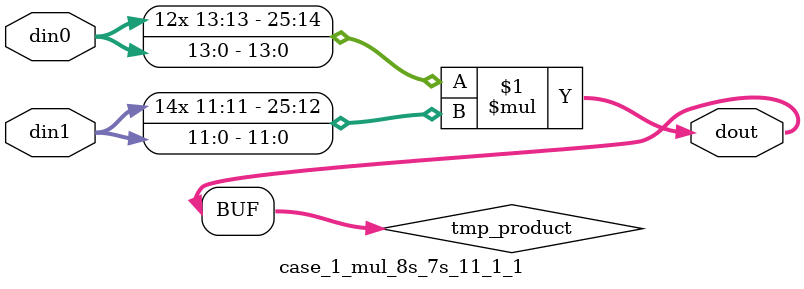
<source format=v>

`timescale 1 ns / 1 ps

 module case_1_mul_8s_7s_11_1_1(din0, din1, dout);
parameter ID = 1;
parameter NUM_STAGE = 0;
parameter din0_WIDTH = 14;
parameter din1_WIDTH = 12;
parameter dout_WIDTH = 26;

input [din0_WIDTH - 1 : 0] din0; 
input [din1_WIDTH - 1 : 0] din1; 
output [dout_WIDTH - 1 : 0] dout;

wire signed [dout_WIDTH - 1 : 0] tmp_product;



























assign tmp_product = $signed(din0) * $signed(din1);








assign dout = tmp_product;





















endmodule

</source>
